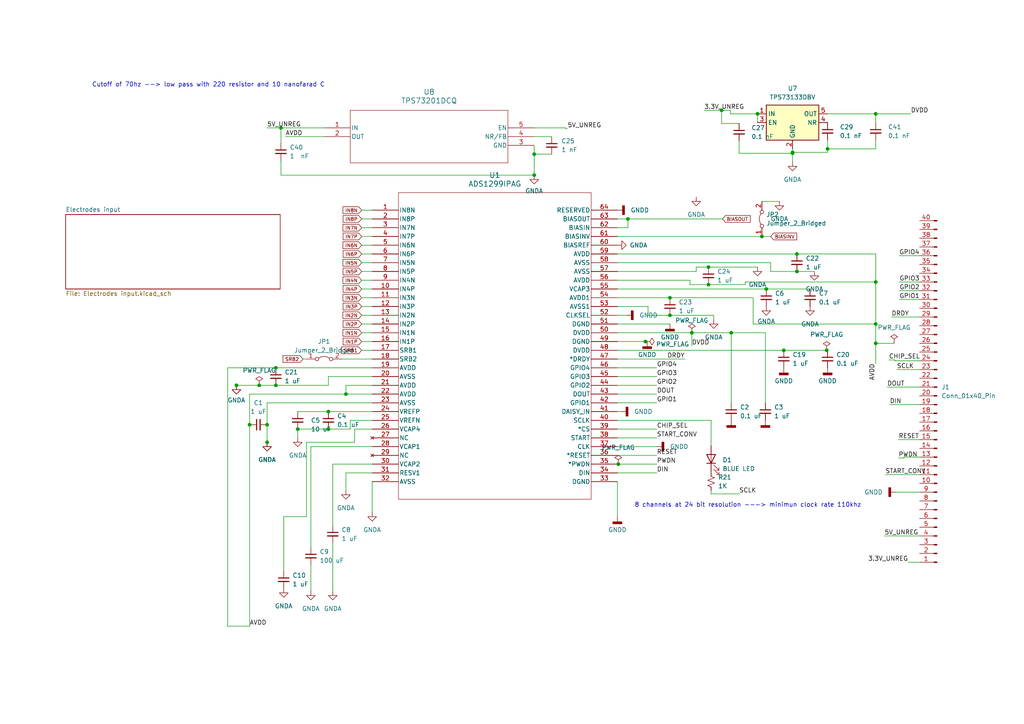
<source format=kicad_sch>
(kicad_sch (version 20231120) (generator "eeschema") (generator_version "8.0")
  (paper "A4")
  (lib_symbols
    (symbol "ADS1299:ADS1299IPAG" (pin_names (offset 0.254))
      (property "Reference" "U" (at 35.56 10.16 0))
      (property "Value" "ADS1299IPAG" (at 35.56 7.62 0))
      (symbol "ADS1299IPAG_0_1"
        (polyline (pts (xy 7.62 -83.82) (xy 63.5 -83.82)) (stroke (width 0.127)))
        (polyline (pts (xy 7.62 5.08) (xy 7.62 -83.82)) (stroke (width 0.127)))
        (polyline (pts (xy 63.5 -83.82) (xy 63.5 5.08)) (stroke (width 0.127)))
        (polyline (pts (xy 63.5 5.08) (xy 7.62 5.08)) (stroke (width 0.127)))
        (pin input line (at 0 0 0) (length 7.62) (name "IN8N") (number "1"))
        (pin input line (at 0 -22.86 0) (length 7.62) (name "IN4P") (number "10"))
        (pin input line (at 0 -25.4 0) (length 7.62) (name "IN3N") (number "11"))
        (pin input line (at 0 -27.94 0) (length 7.62) (name "IN3P") (number "12"))
        (pin input line (at 0 -30.48 0) (length 7.62) (name "IN2N") (number "13"))
        (pin input line (at 0 -33.02 0) (length 7.62) (name "IN2P") (number "14"))
        (pin input line (at 0 -35.56 0) (length 7.62) (name "IN1N") (number "15"))
        (pin input line (at 0 -38.1 0) (length 7.62) (name "IN1P") (number "16"))
        (pin bidirectional line (at 0 -40.64 0) (length 7.62) (name "SRB1") (number "17"))
        (pin bidirectional line (at 0 -43.18 0) (length 7.62) (name "SRB2") (number "18"))
        (pin power_in line (at 0 -45.72 0) (length 7.62) (name "AVDD") (number "19"))
        (pin input line (at 0 -2.54 0) (length 7.62) (name "IN8P") (number "2"))
        (pin power_in line (at 0 -48.26 0) (length 7.62) (name "AVSS") (number "20"))
        (pin power_in line (at 0 -50.8 0) (length 7.62) (name "AVDD") (number "21"))
        (pin power_in line (at 0 -53.34 0) (length 7.62) (name "AVDD") (number "22"))
        (pin power_in line (at 0 -55.88 0) (length 7.62) (name "AVSS") (number "23"))
        (pin bidirectional line (at 0 -58.42 0) (length 7.62) (name "VREFP") (number "24"))
        (pin input line (at 0 -60.96 0) (length 7.62) (name "VREFN") (number "25"))
        (pin output line (at 0 -63.5 0) (length 7.62) (name "VCAP4") (number "26"))
        (pin no_connect line (at 0 -66.04 0) (length 7.62) (name "NC") (number "27"))
        (pin unspecified line (at 0 -68.58 0) (length 7.62) (name "VCAP1") (number "28"))
        (pin no_connect line (at 0 -71.12 0) (length 7.62) (name "NC") (number "29"))
        (pin input line (at 0 -5.08 0) (length 7.62) (name "IN7N") (number "3"))
        (pin unspecified line (at 0 -73.66 0) (length 7.62) (name "VCAP2") (number "30"))
        (pin input line (at 0 -76.2 0) (length 7.62) (name "RESV1") (number "31"))
        (pin power_in line (at 0 -78.74 0) (length 7.62) (name "AVSS") (number "32"))
        (pin power_in line (at 71.12 -78.74 180) (length 7.62) (name "DGND") (number "33"))
        (pin input line (at 71.12 -76.2 180) (length 7.62) (name "DIN") (number "34"))
        (pin power_in line (at 71.12 -73.66 180) (length 7.62) (name "*PWDN") (number "35"))
        (pin input line (at 71.12 -71.12 180) (length 7.62) (name "*RESET") (number "36"))
        (pin input line (at 71.12 -68.58 180) (length 7.62) (name "CLK") (number "37"))
        (pin input line (at 71.12 -66.04 180) (length 7.62) (name "START") (number "38"))
        (pin input line (at 71.12 -63.5 180) (length 7.62) (name "*CS") (number "39"))
        (pin input line (at 0 -7.62 0) (length 7.62) (name "IN7P") (number "4"))
        (pin input line (at 71.12 -60.96 180) (length 7.62) (name "SCLK") (number "40"))
        (pin input line (at 71.12 -58.42 180) (length 7.62) (name "DAISY_IN") (number "41"))
        (pin bidirectional line (at 71.12 -55.88 180) (length 7.62) (name "GPIO1") (number "42"))
        (pin output line (at 71.12 -53.34 180) (length 7.62) (name "DOUT") (number "43"))
        (pin bidirectional line (at 71.12 -50.8 180) (length 7.62) (name "GPIO2") (number "44"))
        (pin bidirectional line (at 71.12 -48.26 180) (length 7.62) (name "GPIO3") (number "45"))
        (pin bidirectional line (at 71.12 -45.72 180) (length 7.62) (name "GPIO4") (number "46"))
        (pin output line (at 71.12 -43.18 180) (length 7.62) (name "*DRDY") (number "47"))
        (pin power_in line (at 71.12 -40.64 180) (length 7.62) (name "DVDD") (number "48"))
        (pin power_in line (at 71.12 -38.1 180) (length 7.62) (name "DGND") (number "49"))
        (pin input line (at 0 -10.16 0) (length 7.62) (name "IN6N") (number "5"))
        (pin power_in line (at 71.12 -35.56 180) (length 7.62) (name "DVDD") (number "50"))
        (pin power_in line (at 71.12 -33.02 180) (length 7.62) (name "DGND") (number "51"))
        (pin input line (at 71.12 -30.48 180) (length 7.62) (name "CLKSEL") (number "52"))
        (pin power_in line (at 71.12 -27.94 180) (length 7.62) (name "AVSS1") (number "53"))
        (pin power_in line (at 71.12 -25.4 180) (length 7.62) (name "AVDD1") (number "54"))
        (pin unspecified line (at 71.12 -22.86 180) (length 7.62) (name "VCAP3") (number "55"))
        (pin power_in line (at 71.12 -20.32 180) (length 7.62) (name "AVDD") (number "56"))
        (pin power_in line (at 71.12 -17.78 180) (length 7.62) (name "AVSS") (number "57"))
        (pin power_in line (at 71.12 -15.24 180) (length 7.62) (name "AVSS") (number "58"))
        (pin power_in line (at 71.12 -12.7 180) (length 7.62) (name "AVDD") (number "59"))
        (pin input line (at 0 -12.7 0) (length 7.62) (name "IN6P") (number "6"))
        (pin input line (at 71.12 -10.16 180) (length 7.62) (name "BIASREF") (number "60"))
        (pin bidirectional line (at 71.12 -7.62 180) (length 7.62) (name "BIASINV") (number "61"))
        (pin input line (at 71.12 -5.08 180) (length 7.62) (name "BIASIN") (number "62"))
        (pin output line (at 71.12 -2.54 180) (length 7.62) (name "BIASOUT") (number "63"))
        (pin output line (at 71.12 0 180) (length 7.62) (name "RESERVED") (number "64"))
        (pin input line (at 0 -15.24 0) (length 7.62) (name "IN5N") (number "7"))
        (pin input line (at 0 -17.78 0) (length 7.62) (name "IN5P") (number "8"))
        (pin input line (at 0 -20.32 0) (length 7.62) (name "IN4N") (number "9"))
      )
    )
    (symbol "Connector:Conn_01x40_Pin" (pin_names (offset 1.016) hide)
      (property "Reference" "J" (at 0 50.8 0))
      (property "Value" "Conn_01x40_Pin" (at 0 -53.34 0))
      (symbol "Conn_01x40_Pin_1_1"
        (polyline (pts (xy 1.27 -50.8) (xy 0.8636 -50.8)) (stroke (width 0.1524)))
        (polyline (pts (xy 1.27 -48.26) (xy 0.8636 -48.26)) (stroke (width 0.1524)))
        (polyline (pts (xy 1.27 -45.72) (xy 0.8636 -45.72)) (stroke (width 0.1524)))
        (polyline (pts (xy 1.27 -43.18) (xy 0.8636 -43.18)) (stroke (width 0.1524)))
        (polyline (pts (xy 1.27 -40.64) (xy 0.8636 -40.64)) (stroke (width 0.1524)))
        (polyline (pts (xy 1.27 -38.1) (xy 0.8636 -38.1)) (stroke (width 0.1524)))
        (polyline (pts (xy 1.27 -35.56) (xy 0.8636 -35.56)) (stroke (width 0.1524)))
        (polyline (pts (xy 1.27 -33.02) (xy 0.8636 -33.02)) (stroke (width 0.1524)))
        (polyline (pts (xy 1.27 -30.48) (xy 0.8636 -30.48)) (stroke (width 0.1524)))
        (polyline (pts (xy 1.27 -27.94) (xy 0.8636 -27.94)) (stroke (width 0.1524)))
        (polyline (pts (xy 1.27 -25.4) (xy 0.8636 -25.4)) (stroke (width 0.1524)))
        (polyline (pts (xy 1.27 -22.86) (xy 0.8636 -22.86)) (stroke (width 0.1524)))
        (polyline (pts (xy 1.27 -20.32) (xy 0.8636 -20.32)) (stroke (width 0.1524)))
        (polyline (pts (xy 1.27 -17.78) (xy 0.8636 -17.78)) (stroke (width 0.1524)))
        (polyline (pts (xy 1.27 -15.24) (xy 0.8636 -15.24)) (stroke (width 0.1524)))
        (polyline (pts (xy 1.27 -12.7) (xy 0.8636 -12.7)) (stroke (width 0.1524)))
        (polyline (pts (xy 1.27 -10.16) (xy 0.8636 -10.16)) (stroke (width 0.1524)))
        (polyline (pts (xy 1.27 -7.62) (xy 0.8636 -7.62)) (stroke (width 0.1524)))
        (polyline (pts (xy 1.27 -5.08) (xy 0.8636 -5.08)) (stroke (width 0.1524)))
        (polyline (pts (xy 1.27 -2.54) (xy 0.8636 -2.54)) (stroke (width 0.1524)))
        (polyline (pts (xy 1.27 0) (xy 0.8636 0)) (stroke (width 0.1524)))
        (polyline (pts (xy 1.27 2.54) (xy 0.8636 2.54)) (stroke (width 0.1524)))
        (polyline (pts (xy 1.27 5.08) (xy 0.8636 5.08)) (stroke (width 0.1524)))
        (polyline (pts (xy 1.27 7.62) (xy 0.8636 7.62)) (stroke (width 0.1524)))
        (polyline (pts (xy 1.27 10.16) (xy 0.8636 10.16)) (stroke (width 0.1524)))
        (polyline (pts (xy 1.27 12.7) (xy 0.8636 12.7)) (stroke (width 0.1524)))
        (polyline (pts (xy 1.27 15.24) (xy 0.8636 15.24)) (stroke (width 0.1524)))
        (polyline (pts (xy 1.27 17.78) (xy 0.8636 17.78)) (stroke (width 0.1524)))
        (polyline (pts (xy 1.27 20.32) (xy 0.8636 20.32)) (stroke (width 0.1524)))
        (polyline (pts (xy 1.27 22.86) (xy 0.8636 22.86)) (stroke (width 0.1524)))
        (polyline (pts (xy 1.27 25.4) (xy 0.8636 25.4)) (stroke (width 0.1524)))
        (polyline (pts (xy 1.27 27.94) (xy 0.8636 27.94)) (stroke (width 0.1524)))
        (polyline (pts (xy 1.27 30.48) (xy 0.8636 30.48)) (stroke (width 0.1524)))
        (polyline (pts (xy 1.27 33.02) (xy 0.8636 33.02)) (stroke (width 0.1524)))
        (polyline (pts (xy 1.27 35.56) (xy 0.8636 35.56)) (stroke (width 0.1524)))
        (polyline (pts (xy 1.27 38.1) (xy 0.8636 38.1)) (stroke (width 0.1524)))
        (polyline (pts (xy 1.27 40.64) (xy 0.8636 40.64)) (stroke (width 0.1524)))
        (polyline (pts (xy 1.27 43.18) (xy 0.8636 43.18)) (stroke (width 0.1524)))
        (polyline (pts (xy 1.27 45.72) (xy 0.8636 45.72)) (stroke (width 0.1524)))
        (polyline (pts (xy 1.27 48.26) (xy 0.8636 48.26)) (stroke (width 0.1524)))
        (rectangle (start 0.8636 -50.673) (end 0 -50.927) (stroke (width 0.1524)) (fill (type outline)))
        (rectangle (start 0.8636 -48.133) (end 0 -48.387) (stroke (width 0.1524)) (fill (type outline)))
        (rectangle (start 0.8636 -45.593) (end 0 -45.847) (stroke (width 0.1524)) (fill (type outline)))
        (rectangle (start 0.8636 -43.053) (end 0 -43.307) (stroke (width 0.1524)) (fill (type outline)))
        (rectangle (start 0.8636 -40.513) (end 0 -40.767) (stroke (width 0.1524)) (fill (type outline)))
        (rectangle (start 0.8636 -37.973) (end 0 -38.227) (stroke (width 0.1524)) (fill (type outline)))
        (rectangle (start 0.8636 -35.433) (end 0 -35.687) (stroke (width 0.1524)) (fill (type outline)))
        (rectangle (start 0.8636 -32.893) (end 0 -33.147) (stroke (width 0.1524)) (fill (type outline)))
        (rectangle (start 0.8636 -30.353) (end 0 -30.607) (stroke (width 0.1524)) (fill (type outline)))
        (rectangle (start 0.8636 -27.813) (end 0 -28.067) (stroke (width 0.1524)) (fill (type outline)))
        (rectangle (start 0.8636 -25.273) (end 0 -25.527) (stroke (width 0.1524)) (fill (type outline)))
        (rectangle (start 0.8636 -22.733) (end 0 -22.987) (stroke (width 0.1524)) (fill (type outline)))
        (rectangle (start 0.8636 -20.193) (end 0 -20.447) (stroke (width 0.1524)) (fill (type outline)))
        (rectangle (start 0.8636 -17.653) (end 0 -17.907) (stroke (width 0.1524)) (fill (type outline)))
        (rectangle (start 0.8636 -15.113) (end 0 -15.367) (stroke (width 0.1524)) (fill (type outline)))
        (rectangle (start 0.8636 -12.573) (end 0 -12.827) (stroke (width 0.1524)) (fill (type outline)))
        (rectangle (start 0.8636 -10.033) (end 0 -10.287) (stroke (width 0.1524)) (fill (type outline)))
        (rectangle (start 0.8636 -7.493) (end 0 -7.747) (stroke (width 0.1524)) (fill (type outline)))
        (rectangle (start 0.8636 -4.953) (end 0 -5.207) (stroke (width 0.1524)) (fill (type outline)))
        (rectangle (start 0.8636 -2.413) (end 0 -2.667) (stroke (width 0.1524)) (fill (type outline)))
        (rectangle (start 0.8636 0.127) (end 0 -0.127) (stroke (width 0.1524)) (fill (type outline)))
        (rectangle (start 0.8636 2.667) (end 0 2.413) (stroke (width 0.1524)) (fill (type outline)))
        (rectangle (start 0.8636 5.207) (end 0 4.953) (stroke (width 0.1524)) (fill (type outline)))
        (rectangle (start 0.8636 7.747) (end 0 7.493) (stroke (width 0.1524)) (fill (type outline)))
        (rectangle (start 0.8636 10.287) (end 0 10.033) (stroke (width 0.1524)) (fill (type outline)))
        (rectangle (start 0.8636 12.827) (end 0 12.573) (stroke (width 0.1524)) (fill (type outline)))
        (rectangle (start 0.8636 15.367) (end 0 15.113) (stroke (width 0.1524)) (fill (type outline)))
        (rectangle (start 0.8636 17.907) (end 0 17.653) (stroke (width 0.1524)) (fill (type outline)))
        (rectangle (start 0.8636 20.447) (end 0 20.193) (stroke (width 0.1524)) (fill (type outline)))
        (rectangle (start 0.8636 22.987) (end 0 22.733) (stroke (width 0.1524)) (fill (type outline)))
        (rectangle (start 0.8636 25.527) (end 0 25.273) (stroke (width 0.1524)) (fill (type outline)))
        (rectangle (start 0.8636 28.067) (end 0 27.813) (stroke (width 0.1524)) (fill (type outline)))
        (rectangle (start 0.8636 30.607) (end 0 30.353) (stroke (width 0.1524)) (fill (type outline)))
        (rectangle (start 0.8636 33.147) (end 0 32.893) (stroke (width 0.1524)) (fill (type outline)))
        (rectangle (start 0.8636 35.687) (end 0 35.433) (stroke (width 0.1524)) (fill (type outline)))
        (rectangle (start 0.8636 38.227) (end 0 37.973) (stroke (width 0.1524)) (fill (type outline)))
        (rectangle (start 0.8636 40.767) (end 0 40.513) (stroke (width 0.1524)) (fill (type outline)))
        (rectangle (start 0.8636 43.307) (end 0 43.053) (stroke (width 0.1524)) (fill (type outline)))
        (rectangle (start 0.8636 45.847) (end 0 45.593) (stroke (width 0.1524)) (fill (type outline)))
        (rectangle (start 0.8636 48.387) (end 0 48.133) (stroke (width 0.1524)) (fill (type outline)))
        (pin passive line (at 5.08 48.26 180) (length 3.81) (name "Pin_1") (number "1"))
        (pin passive line (at 5.08 25.4 180) (length 3.81) (name "Pin_10") (number "10"))
        (pin passive line (at 5.08 22.86 180) (length 3.81) (name "Pin_11") (number "11"))
        (pin passive line (at 5.08 20.32 180) (length 3.81) (name "Pin_12") (number "12"))
        (pin passive line (at 5.08 17.78 180) (length 3.81) (name "Pin_13") (number "13"))
        (pin passive line (at 5.08 15.24 180) (length 3.81) (name "Pin_14") (number "14"))
        (pin passive line (at 5.08 12.7 180) (length 3.81) (name "Pin_15") (number "15"))
        (pin passive line (at 5.08 10.16 180) (length 3.81) (name "Pin_16") (number "16"))
        (pin passive line (at 5.08 7.62 180) (length 3.81) (name "Pin_17") (number "17"))
        (pin passive line (at 5.08 5.08 180) (length 3.81) (name "Pin_18") (number "18"))
        (pin passive line (at 5.08 2.54 180) (length 3.81) (name "Pin_19") (number "19"))
        (pin passive line (at 5.08 45.72 180) (length 3.81) (name "Pin_2") (number "2"))
        (pin passive line (at 5.08 0 180) (length 3.81) (name "Pin_20") (number "20"))
        (pin passive line (at 5.08 -2.54 180) (length 3.81) (name "Pin_21") (number "21"))
        (pin passive line (at 5.08 -5.08 180) (length 3.81) (name "Pin_22") (number "22"))
        (pin passive line (at 5.08 -7.62 180) (length 3.81) (name "Pin_23") (number "23"))
        (pin passive line (at 5.08 -10.16 180) (length 3.81) (name "Pin_24") (number "24"))
        (pin passive line (at 5.08 -12.7 180) (length 3.81) (name "Pin_25") (number "25"))
        (pin passive line (at 5.08 -15.24 180) (length 3.81) (name "Pin_26") (number "26"))
        (pin passive line (at 5.08 -17.78 180) (length 3.81) (name "Pin_27") (number "27"))
        (pin passive line (at 5.08 -20.32 180) (length 3.81) (name "Pin_28") (number "28"))
        (pin passive line (at 5.08 -22.86 180) (length 3.81) (name "Pin_29") (number "29"))
        (pin passive line (at 5.08 43.18 180) (length 3.81) (name "Pin_3") (number "3"))
        (pin passive line (at 5.08 -25.4 180) (length 3.81) (name "Pin_30") (number "30"))
        (pin passive line (at 5.08 -27.94 180) (length 3.81) (name "Pin_31") (number "31"))
        (pin passive line (at 5.08 -30.48 180) (length 3.81) (name "Pin_32") (number "32"))
        (pin passive line (at 5.08 -33.02 180) (length 3.81) (name "Pin_33") (number "33"))
        (pin passive line (at 5.08 -35.56 180) (length 3.81) (name "Pin_34") (number "34"))
        (pin passive line (at 5.08 -38.1 180) (length 3.81) (name "Pin_35") (number "35"))
        (pin passive line (at 5.08 -40.64 180) (length 3.81) (name "Pin_36") (number "36"))
        (pin passive line (at 5.08 -43.18 180) (length 3.81) (name "Pin_37") (number "37"))
        (pin passive line (at 5.08 -45.72 180) (length 3.81) (name "Pin_38") (number "38"))
        (pin passive line (at 5.08 -48.26 180) (length 3.81) (name "Pin_39") (number "39"))
        (pin passive line (at 5.08 40.64 180) (length 3.81) (name "Pin_4") (number "4"))
        (pin passive line (at 5.08 -50.8 180) (length 3.81) (name "Pin_40") (number "40"))
        (pin passive line (at 5.08 38.1 180) (length 3.81) (name "Pin_5") (number "5"))
        (pin passive line (at 5.08 35.56 180) (length 3.81) (name "Pin_6") (number "6"))
        (pin passive line (at 5.08 33.02 180) (length 3.81) (name "Pin_7") (number "7"))
        (pin passive line (at 5.08 30.48 180) (length 3.81) (name "Pin_8") (number "8"))
        (pin passive line (at 5.08 27.94 180) (length 3.81) (name "Pin_9") (number "9"))
      )
    )
    (symbol "Device:C_Small" (pin_numbers hide) (pin_names (offset 0.254) hide)
      (property "Reference" "C" (at 0.254 1.778 0))
      (property "Value" "C_Small" (at 0.254 -2.032 0))
      (symbol "C_Small_0_1"
        (polyline (pts (xy -1.524 -0.508) (xy 1.524 -0.508)) (stroke (width 0.3302)))
        (polyline (pts (xy -1.524 0.508) (xy 1.524 0.508)) (stroke (width 0.3048)))
      )
      (symbol "C_Small_1_1"
        (pin passive line (at 0 2.54 270) (length 2.032) (name "~") (number "1"))
        (pin passive line (at 0 -2.54 90) (length 2.032) (name "~") (number "2"))
      )
    )
    (symbol "Device:LED" (pin_numbers hide) (pin_names (offset 1.016) hide)
      (property "Reference" "D" (at 0 2.54 0))
      (property "Value" "LED" (at 0 -2.54 0))
      (symbol "LED_0_1"
        (polyline (pts (xy -1.27 -1.27) (xy -1.27 1.27)) (stroke (width 0.254)))
        (polyline (pts (xy -1.27 0) (xy 1.27 0)))
        (polyline (pts (xy 1.27 -1.27) (xy 1.27 1.27) (xy -1.27 0) (xy 1.27 -1.27)) (stroke (width 0.254)))
        (polyline (pts (xy -3.048 -0.762) (xy -4.572 -2.286) (xy -3.81 -2.286) (xy -4.572 -2.286) (xy -4.572 -1.524)))
        (polyline (pts (xy -1.778 -0.762) (xy -3.302 -2.286) (xy -2.54 -2.286) (xy -3.302 -2.286) (xy -3.302 -1.524)))
      )
      (symbol "LED_1_1"
        (pin passive line (at -3.81 0 0) (length 2.54) (name "K") (number "1"))
        (pin passive line (at 3.81 0 180) (length 2.54) (name "A") (number "2"))
      )
    )
    (symbol "Device:R_Small_US" (pin_numbers hide) (pin_names (offset 0.254) hide)
      (property "Reference" "R" (at 0.762 0.508 0))
      (property "Value" "R_Small_US" (at 0.762 -1.016 0))
      (symbol "R_Small_US_1_1"
        (polyline (pts (xy 0 0) (xy 1.016 -0.381) (xy 0 -0.762) (xy -1.016 -1.143) (xy 0 -1.524)))
        (polyline (pts (xy 0 1.524) (xy 1.016 1.143) (xy 0 0.762) (xy -1.016 0.381) (xy 0 0)))
        (pin passive line (at 0 2.54 270) (length 1.016) (name "~") (number "1"))
        (pin passive line (at 0 -2.54 90) (length 1.016) (name "~") (number "2"))
      )
    )
    (symbol "Jumper:Jumper_2_Bridged" (pin_names (offset 0) hide)
      (property "Reference" "JP" (at 0 1.905 0))
      (property "Value" "Jumper_2_Bridged" (at 0 -2.54 0))
      (symbol "Jumper_2_Bridged_0_0"
        (circle (center -2.032 0) (radius 0.508))
        (circle (center 2.032 0) (radius 0.508))
      )
      (symbol "Jumper_2_Bridged_0_1"
        (arc (start 1.524 0.254) (mid 0 0.762) (end -1.524 0.254))
      )
      (symbol "Jumper_2_Bridged_1_1"
        (pin passive line (at -5.08 0 0) (length 2.54) (name "A") (number "1"))
        (pin passive line (at 5.08 0 180) (length 2.54) (name "B") (number "2"))
      )
    )
    (symbol "Regulator_Linear:TPS73133DBV"
      (property "Reference" "U" (at -6.35 6.35 0))
      (property "Value" "TPS73133DBV" (at 1.27 6.35 0))
      (symbol "TPS73133DBV_0_1"
        (rectangle (start -7.62 -5.08) (end 7.62 5.08) (stroke (width 0.254)) (fill (type background)))
      )
      (symbol "TPS73133DBV_1_1"
        (pin power_in line (at -10.16 2.54 0) (length 2.54) (name "IN") (number "1"))
        (pin power_in line (at 0 -7.62 90) (length 2.54) (name "GND") (number "2"))
        (pin input line (at -10.16 0 0) (length 2.54) (name "EN") (number "3"))
        (pin passive line (at 10.16 0 180) (length 2.54) (name "NR") (number "4"))
        (pin power_out line (at 10.16 2.54 180) (length 2.54) (name "OUT") (number "5"))
      )
    )
    (symbol "power:GNDA" (power) (pin_names (offset 0))
      (property "Value" "GNDA" (at 0 -3.81 0))
      (symbol "GNDA_0_1"
        (polyline (pts (xy 0 0) (xy 0 -1.27) (xy 1.27 -1.27) (xy 0 -2.54) (xy -1.27 -1.27) (xy 0 -1.27)))
      )
      (symbol "GNDA_1_1"
        (pin power_in line (at 0 0 270) (length 0) hide (name "GNDA") (number "1"))
      )
    )
    (symbol "power:GNDD" (power) (pin_names (offset 0))
      (property "Value" "GNDD" (at 0 -3.175 0))
      (symbol "GNDD_0_1"
        (rectangle (start -1.27 -1.524) (end 1.27 -2.032) (stroke (width 0.254)) (fill (type outline)))
        (polyline (pts (xy 0 0) (xy 0 -1.524)))
      )
      (symbol "GNDD_1_1"
        (pin power_in line (at 0 0 270) (length 0) hide (name "GNDD") (number "1"))
      )
    )
    (symbol "power:PWR_FLAG" (power) (pin_numbers hide) (pin_names (offset 0) hide)
      (property "Value" "PWR_FLAG" (at 0 3.81 0))
      (symbol "PWR_FLAG_0_0"
        (pin power_out line (at 0 0 90) (length 0) (name "pwr") (number "1"))
      )
      (symbol "PWR_FLAG_0_1"
        (polyline (pts (xy 0 0) (xy 0 1.27) (xy -1.016 1.905) (xy 0 2.54) (xy 1.016 1.905) (xy 0 1.27)))
      )
    )
    (symbol "tps732:TPS73201DCQ" (pin_names (offset 0.254))
      (property "Reference" "U" (at 30.48 10.16 0))
      (property "Value" "TPS73201DCQ" (at 30.48 7.62 0))
      (symbol "TPS73201DCQ_0_1"
        (polyline (pts (xy 7.62 -10.16) (xy 53.34 -10.16)) (stroke (width 0.127)))
        (polyline (pts (xy 7.62 5.08) (xy 7.62 -10.16)) (stroke (width 0.127)))
        (polyline (pts (xy 53.34 -10.16) (xy 53.34 5.08)) (stroke (width 0.127)))
        (polyline (pts (xy 53.34 5.08) (xy 7.62 5.08)) (stroke (width 0.127)))
        (pin input line (at 0 0 0) (length 7.62) (name "IN") (number "1"))
        (pin output line (at 0 -2.54 0) (length 7.62) (name "OUT") (number "2"))
        (pin power_in line (at 60.96 -5.08 180) (length 7.62) (name "GND") (number "3"))
        (pin bidirectional line (at 60.96 -2.54 180) (length 7.62) (name "NR/FB") (number "4"))
        (pin input line (at 60.96 0 180) (length 7.62) (name "EN") (number "5"))
      )
    )
  )
  (junction (at 194.31 91.44))
  (junction (at 220.98 68.58))
  (junction (at 240.03 43.18))
  (junction (at 77.47 123.19))
  (junction (at 80.01 106.68))
  (junction (at 212.09 96.52))
  (junction (at 222.25 83.82))
  (junction (at 179.324 134.62))
  (junction (at 154.94 44.704))
  (junction (at 80.01 111.76))
  (junction (at 254 99.568))
  (junction (at 81.4841 37.084))
  (junction (at 205.486 82.55))
  (junction (at 254 81.788))
  (junction (at 239.776 101.6))
  (junction (at 219.71 33.02))
  (junction (at 68.58 111.76))
  (junction (at 77.47 128.27))
  (junction (at 75.184 111.76))
  (junction (at 227.33 101.6))
  (junction (at 254 33.02))
  (junction (at 229.87 44.45))
  (junction (at 187.198 99.06))
  (junction (at 95.25 124.46))
  (junction (at 209.296 32.004))
  (junction (at 86.36 124.46))
  (junction (at 100.33 114.3))
  (junction (at 154.94 50.8))
  (junction (at 231.14 78.74))
  (junction (at 254 93.98))
  (junction (at 95.25 119.38))
  (junction (at 205.486 77.47))
  (junction (at 72.39 123.19))
  (junction (at 182.118 63.5))
  (junction (at 231.14 73.66))
  (junction (at 229.87 44.196))
  (junction (at 200.66 96.52))
  (junction (at 194.31 86.36))
  (wire (pts (xy 179.07 68.58) (xy 220.98 68.58)))
  (wire (pts (xy 254 33.02) (xy 254 35.56)))
  (wire (pts (xy 104.902 81.28) (xy 107.95 81.28)))
  (wire (pts (xy 212.09 96.52) (xy 221.996 96.52)))
  (wire (pts (xy 179.07 81.28) (xy 200.152 81.28)))
  (wire (pts (xy 72.39 123.19) (xy 72.39 181.61)))
  (wire (pts (xy 218.44 86.36) (xy 218.44 93.98)))
  (wire (pts (xy 95.25 109.22) (xy 107.95 109.22)))
  (wire (pts (xy 206.248 143.256) (xy 206.248 142.24)))
  (wire (pts (xy 207.01 91.44) (xy 194.31 91.44)))
  (wire (pts (xy 104.902 71.12) (xy 107.95 71.12)))
  (wire (pts (xy 77.47 128.27) (xy 77.47 123.19)))
  (wire (pts (xy 206.248 137.16) (xy 206.248 136.906)))
  (wire (pts (xy 254 99.568) (xy 254 105.41)))
  (wire (pts (xy 220.98 68.58) (xy 223.52 68.58)))
  (wire (pts (xy 81.4841 37.084) (xy 93.98 37.084)))
  (wire (pts (xy 102.87 128.27) (xy 88.9 128.27)))
  (wire (pts (xy 179.07 86.36) (xy 194.31 86.36)))
  (wire (pts (xy 219.71 33.02) (xy 219.71 35.56)))
  (wire (pts (xy 104.902 63.5) (xy 107.95 63.5)))
  (wire (pts (xy 154.94 39.624) (xy 160.02 39.624)))
  (wire (pts (xy 194.31 91.44) (xy 187.96 91.44)))
  (wire (pts (xy 107.95 129.54) (xy 90.17 129.54)))
  (wire (pts (xy 254 99.568) (xy 259.334 99.568)))
  (wire (pts (xy 220.98 58.42) (xy 226.06 58.42)))
  (wire (pts (xy 107.95 111.76) (xy 100.33 111.76)))
  (wire (pts (xy 266.7 74.168) (xy 260.858 74.168)))
  (wire (pts (xy 256.54 155.448) (xy 266.7 155.448)))
  (wire (pts (xy 179.07 78.74) (xy 201.93 78.74)))
  (wire (pts (xy 100.33 137.16) (xy 100.33 142.24)))
  (wire (pts (xy 256.794 137.668) (xy 266.7 137.668)))
  (wire (pts (xy 104.902 96.52) (xy 107.95 96.52)))
  (wire (pts (xy 107.95 134.62) (xy 96.52 134.62)))
  (wire (pts (xy 179.07 137.16) (xy 190.5 137.16)))
  (wire (pts (xy 239.776 101.6) (xy 240.03 101.6)))
  (wire (pts (xy 200.152 82.55) (xy 205.486 82.55)))
  (wire (pts (xy 164.592 37.338) (xy 164.084 37.338)))
  (wire (pts (xy 81.4841 50.8) (xy 81.4841 46.5513)))
  (wire (pts (xy 260.858 84.328) (xy 266.7 84.328)))
  (wire (pts (xy 206.248 143.256) (xy 214.376 143.256)))
  (wire (pts (xy 260.858 86.868) (xy 266.7 86.868)))
  (wire (pts (xy 205.486 77.47) (xy 219.71 77.47)))
  (wire (pts (xy 82.296 149.86) (xy 82.296 165.608)))
  (wire (pts (xy 99.06 104.14) (xy 107.95 104.14)))
  (wire (pts (xy 209.296 35.814) (xy 214.376 35.814)))
  (wire (pts (xy 86.36 124.46) (xy 86.36 127)))
  (wire (pts (xy 104.902 91.44) (xy 107.95 91.44)))
  (wire (pts (xy 107.95 139.7) (xy 107.95 148.59)))
  (wire (pts (xy 104.902 76.2) (xy 107.95 76.2)))
  (wire (pts (xy 179.07 139.7) (xy 179.07 149.86)))
  (wire (pts (xy 154.94 44.704) (xy 154.94 50.8)))
  (wire (pts (xy 221.996 96.52) (xy 221.996 116.84)))
  (wire (pts (xy 154.94 50.8) (xy 81.4841 50.8)))
  (wire (pts (xy 182.118 63.5) (xy 179.07 63.5)))
  (wire (pts (xy 187.96 88.9) (xy 179.07 88.9)))
  (wire (pts (xy 262.128 132.842) (xy 262.128 132.588)))
  (wire (pts (xy 222.25 83.82) (xy 234.95 83.82)))
  (wire (pts (xy 66.04 181.61) (xy 72.39 181.61)))
  (wire (pts (xy 164.084 37.084) (xy 154.94 37.084)))
  (wire (pts (xy 254 43.18) (xy 254 40.64)))
  (wire (pts (xy 100.33 114.3) (xy 107.95 114.3)))
  (wire (pts (xy 236.22 78.74) (xy 231.14 78.74)))
  (wire (pts (xy 204.216 32.004) (xy 209.296 32.004)))
  (wire (pts (xy 254 33.02) (xy 264.16 33.02)))
  (wire (pts (xy 229.87 44.196) (xy 229.87 43.18)))
  (wire (pts (xy 179.07 114.3) (xy 190.5 114.3)))
  (wire (pts (xy 104.902 66.04) (xy 107.95 66.04)))
  (wire (pts (xy 258.572 91.948) (xy 266.7 91.948)))
  (wire (pts (xy 207.01 92.71) (xy 207.01 91.44)))
  (wire (pts (xy 179.07 99.06) (xy 187.198 99.06)))
  (wire (pts (xy 179.07 109.22) (xy 190.5 109.22)))
  (wire (pts (xy 240.03 44.196) (xy 240.03 43.18)))
  (wire (pts (xy 90.17 163.83) (xy 90.17 171.45)))
  (wire (pts (xy 66.04 106.68) (xy 80.01 106.68)))
  (wire (pts (xy 179.324 134.62) (xy 190.5 134.62)))
  (wire (pts (xy 82.804 39.624) (xy 93.98 39.624)))
  (wire (pts (xy 107.95 124.46) (xy 102.87 124.46)))
  (wire (pts (xy 260.604 127.508) (xy 266.7 127.508)))
  (wire (pts (xy 257.81 104.394) (xy 259.588 104.394)))
  (wire (pts (xy 229.87 44.45) (xy 214.376 44.45)))
  (wire (pts (xy 77.47 116.84) (xy 107.95 116.84)))
  (wire (pts (xy 96.52 134.62) (xy 96.52 152.4)))
  (wire (pts (xy 107.95 121.92) (xy 101.6 121.92)))
  (wire (pts (xy 104.902 73.66) (xy 107.95 73.66)))
  (wire (pts (xy 209.296 32.004) (xy 211.836 32.004)))
  (wire (pts (xy 100.33 111.76) (xy 100.33 114.3)))
  (wire (pts (xy 258.064 117.348) (xy 266.7 117.348)))
  (wire (pts (xy 200.66 96.52) (xy 212.09 96.52)))
  (wire (pts (xy 205.486 82.55) (xy 216.154 82.55)))
  (wire (pts (xy 227.33 101.6) (xy 239.776 101.6)))
  (wire (pts (xy 100.33 114.3) (xy 72.39 114.3)))
  (wire (pts (xy 179.07 111.76) (xy 190.5 111.76)))
  (wire (pts (xy 101.6 124.46) (xy 95.25 124.46)))
  (wire (pts (xy 254 81.788) (xy 254 93.98)))
  (wire (pts (xy 201.93 78.74) (xy 201.93 77.47)))
  (wire (pts (xy 160.02 44.704) (xy 154.94 44.704)))
  (wire (pts (xy 254 73.66) (xy 254 81.788)))
  (wire (pts (xy 231.14 73.66) (xy 179.07 73.66)))
  (wire (pts (xy 86.36 124.46) (xy 95.25 124.46)))
  (wire (pts (xy 214.376 44.45) (xy 214.376 40.894)))
  (wire (pts (xy 77.47 123.19) (xy 77.47 116.84)))
  (wire (pts (xy 104.902 86.36) (xy 107.95 86.36)))
  (wire (pts (xy 86.36 119.38) (xy 95.25 119.38)))
  (wire (pts (xy 104.902 101.6) (xy 107.95 101.6)))
  (wire (pts (xy 179.07 91.44) (xy 181.61 91.44)))
  (wire (pts (xy 95.25 119.38) (xy 107.95 119.38)))
  (wire (pts (xy 87.884 104.14) (xy 88.9 104.14)))
  (wire (pts (xy 201.93 77.47) (xy 205.486 77.47)))
  (wire (pts (xy 218.44 93.98) (xy 254 93.98)))
  (wire (pts (xy 200.66 96.52) (xy 200.66 100.33)))
  (wire (pts (xy 179.07 93.98) (xy 194.31 93.98)))
  (wire (pts (xy 212.09 96.52) (xy 212.09 116.84)))
  (wire (pts (xy 179.07 132.08) (xy 190.5 132.08)))
  (wire (pts (xy 263.398 163.068) (xy 266.7 163.068)))
  (wire (pts (xy 104.902 83.82) (xy 107.95 83.82)))
  (wire (pts (xy 95.25 111.76) (xy 95.25 109.22)))
  (wire (pts (xy 229.87 44.196) (xy 229.87 44.45)))
  (wire (pts (xy 104.902 93.98) (xy 107.95 93.98)))
  (wire (pts (xy 179.07 106.68) (xy 190.5 106.68)))
  (wire (pts (xy 154.94 42.164) (xy 154.94 44.704)))
  (wire (pts (xy 254 73.66) (xy 231.14 73.66)))
  (wire (pts (xy 72.39 114.3) (xy 72.39 123.19)))
  (wire (pts (xy 254 93.98) (xy 254 99.568)))
  (wire (pts (xy 240.03 43.18) (xy 254 43.18)))
  (wire (pts (xy 179.07 119.38) (xy 180.086 119.38)))
  (wire (pts (xy 80.01 106.68) (xy 107.95 106.68)))
  (wire (pts (xy 104.902 60.96) (xy 107.95 60.96)))
  (wire (pts (xy 260.858 81.788) (xy 266.7 81.788)))
  (wire (pts (xy 104.902 68.58) (xy 107.95 68.58)))
  (wire (pts (xy 211.836 33.02) (xy 219.71 33.02)))
  (wire (pts (xy 187.198 99.06) (xy 187.706 99.06)))
  (wire (pts (xy 200.152 81.28) (xy 200.152 82.55)))
  (wire (pts (xy 81.4841 41.4713) (xy 81.4841 37.084)))
  (wire (pts (xy 262.128 132.588) (xy 266.7 132.588)))
  (wire (pts (xy 179.07 127) (xy 190.5 127)))
  (wire (pts (xy 107.95 137.16) (xy 100.33 137.16)))
  (wire (pts (xy 179.07 104.14) (xy 198.628 104.14)))
  (wire (pts (xy 209.296 32.004) (xy 209.296 35.814)))
  (wire (pts (xy 179.07 96.52) (xy 200.66 96.52)))
  (wire (pts (xy 229.87 44.45) (xy 229.87 46.99)))
  (wire (pts (xy 231.14 78.74) (xy 223.52 78.74)))
  (wire (pts (xy 259.588 104.648) (xy 266.7 104.648)))
  (wire (pts (xy 211.836 32.004) (xy 211.836 33.02)))
  (wire (pts (xy 206.248 121.92) (xy 179.07 121.92)))
  (wire (pts (xy 179.07 124.46) (xy 190.5 124.46)))
  (wire (pts (xy 66.04 106.68) (xy 66.04 181.61)))
  (wire (pts (xy 182.118 63.5) (xy 182.118 66.04)))
  (wire (pts (xy 182.118 66.04) (xy 179.07 66.04)))
  (wire (pts (xy 88.9 128.27) (xy 88.9 149.86)))
  (wire (pts (xy 96.52 157.48) (xy 96.52 171.45)))
  (wire (pts (xy 187.96 91.44) (xy 187.96 88.9)))
  (wire (pts (xy 164.084 37.338) (xy 164.084 37.084)))
  (wire (pts (xy 206.248 129.286) (xy 206.248 121.92)))
  (wire (pts (xy 260.096 107.188) (xy 266.7 107.188)))
  (wire (pts (xy 240.03 43.18) (xy 240.03 40.64)))
  (wire (pts (xy 102.87 124.46) (xy 102.87 128.27)))
  (wire (pts (xy 68.58 111.76) (xy 75.184 111.76)))
  (wire (pts (xy 216.154 81.788) (xy 254 81.788)))
  (wire (pts (xy 104.902 88.9) (xy 107.95 88.9)))
  (wire (pts (xy 179.07 134.62) (xy 179.324 134.62)))
  (wire (pts (xy 179.07 76.2) (xy 223.52 76.2)))
  (wire (pts (xy 101.6 121.92) (xy 101.6 124.46)))
  (wire (pts (xy 179.07 101.6) (xy 227.33 101.6)))
  (wire (pts (xy 216.154 82.55) (xy 216.154 81.788)))
  (wire (pts (xy 104.902 78.74) (xy 107.95 78.74)))
  (wire (pts (xy 75.184 111.76) (xy 80.01 111.76)))
  (wire (pts (xy 260.604 132.842) (xy 262.128 132.842)))
  (wire (pts (xy 90.17 129.54) (xy 90.17 158.75)))
  (wire (pts (xy 179.07 129.54) (xy 190.5 129.54)))
  (wire (pts (xy 194.31 86.36) (xy 218.44 86.36)))
  (wire (pts (xy 88.9 149.86) (xy 82.296 149.86)))
  (wire (pts (xy 259.842 142.748) (xy 266.7 142.748)))
  (wire (pts (xy 77.47 37.084) (xy 81.4841 37.084)))
  (wire (pts (xy 179.07 116.84) (xy 190.5 116.84)))
  (wire (pts (xy 229.87 44.196) (xy 240.03 44.196)))
  (wire (pts (xy 80.01 111.76) (xy 95.25 111.76)))
  (wire (pts (xy 240.03 33.02) (xy 254 33.02)))
  (wire (pts (xy 259.588 104.394) (xy 259.588 104.648)))
  (wire (pts (xy 209.55 63.5) (xy 182.118 63.5)))
  (wire (pts (xy 179.07 83.82) (xy 222.25 83.82)))
  (wire (pts (xy 104.902 99.06) (xy 107.95 99.06)))
  (wire (pts (xy 223.52 78.74) (xy 223.52 76.2)))
  (wire (pts (xy 257.302 112.268) (xy 266.7 112.268)))
  (text "Cutoff of 70hz --> low pass with 220 resistor and 10 nanofarad C\n" (at 26.67 25.4 0) (effects (font (size 1.27 1.27)) (justify left bottom)))
  (text "8 channels at 24 bit resolution ---> minimun clock rate 110khz\n" (at 216.916 146.558 0) (effects (font (size 1.27 1.27))))
  (label "GPIO3" (at 190.5 109.22 0))
  (label "3.3V_UNREG" (at 204.216 32.004 0))
  (label "SCLK" (at 260.096 107.188 0))
  (label "RESET" (at 260.604 127.508 0))
  (label "DVDD" (at 264.16 33.02 0))
  (label "5V_UNREG" (at 256.54 155.448 0))
  (label "CHIP_SEL" (at 190.5 124.46 0))
  (label "DOUT" (at 190.5 114.3 0))
  (label "AVDD" (at 72.39 181.61 0))
  (label "START_CONV" (at 190.5 127 0))
  (label "DIN" (at 258.064 117.348 0))
  (label "PWDN" (at 260.604 132.842 0))
  (label "GPIO1" (at 190.5 116.84 0))
  (label "GPIO1" (at 260.858 86.868 0))
  (label "RESET" (at 190.5 132.08 0))
  (label "SCLK" (at 214.376 143.256 0))
  (label "GPIO2" (at 260.858 84.328 0))
  (label "AVDD" (at 82.804 39.624 0))
  (label "DVDD" (at 200.66 100.33 0))
  (label "CHIP_SEL" (at 257.81 104.394 0))
  (label "DIN" (at 190.5 137.16 0))
  (label "DRDY" (at 258.572 91.948 0))
  (label "5V_UNREG" (at 164.592 37.338 0))
  (label "START_CONV" (at 256.794 137.668 0))
  (label "GPIO4" (at 266.7 74.168 180))
  (label "DRDY" (at 198.628 104.14 180))
  (label "3.3V_UNREG" (at 263.398 163.068 180))
  (label "GPIO2" (at 190.5 111.76 0))
  (label "DOUT" (at 257.302 112.268 0))
  (label "5V_UNREG" (at 77.47 37.084 0))
  (label "AVDD" (at 254 105.41 270))
  (label "GPIO3" (at 260.858 81.788 0))
  (label "PWDN" (at 190.5 134.62 0))
  (label "GPIO4" (at 190.5 106.68 0))
  (global_label "IN8P" (shape input) (at 104.902 63.5 180) (effects (font (size 1 1))) (property "Intersheetrefs" "${INTERSHEET_REFS}" (effects (hide yes))))
  (global_label "SRB2" (shape input) (at 87.884 104.14 180) (effects (font (size 1 1))) (property "Intersheetrefs" "${INTERSHEET_REFS}" (effects (hide yes))))
  (global_label "IN7N" (shape input) (at 104.902 66.04 180) (effects (font (size 1 1))) (property "Intersheetrefs" "${INTERSHEET_REFS}" (effects (hide yes))))
  (global_label "IN4P" (shape input) (at 104.902 83.82 180) (effects (font (size 1 1))) (property "Intersheetrefs" "${INTERSHEET_REFS}" (effects (hide yes))))
  (global_label "IN2N" (shape input) (at 104.902 91.44 180) (effects (font (size 1 1))) (property "Intersheetrefs" "${INTERSHEET_REFS}" (effects (hide yes))))
  (global_label "IN6N" (shape input) (at 104.902 71.12 180) (effects (font (size 1 1))) (property "Intersheetrefs" "${INTERSHEET_REFS}" (effects (hide yes))))
  (global_label "IN2P" (shape input) (at 104.902 93.98 180) (effects (font (size 1 1))) (property "Intersheetrefs" "${INTERSHEET_REFS}" (effects (hide yes))))
  (global_label "IN6P" (shape input) (at 104.902 73.66 180) (effects (font (size 1 1))) (property "Intersheetrefs" "${INTERSHEET_REFS}" (effects (hide yes))))
  (global_label "BIASINV" (shape input) (at 223.52 68.58 0) (effects (font (size 1 1))) (property "Intersheetrefs" "${INTERSHEET_REFS}" (effects (hide yes))))
  (global_label "IN3P" (shape input) (at 104.902 88.9 180) (effects (font (size 1 1))) (property "Intersheetrefs" "${INTERSHEET_REFS}" (effects (hide yes))))
  (global_label "IN1N" (shape input) (at 104.902 96.52 180) (effects (font (size 1 1))) (property "Intersheetrefs" "${INTERSHEET_REFS}" (effects (hide yes))))
  (global_label "IN1P" (shape input) (at 104.902 99.06 180) (effects (font (size 1 1))) (property "Intersheetrefs" "${INTERSHEET_REFS}" (effects (hide yes))))
  (global_label "IN7P" (shape input) (at 104.902 68.58 180) (effects (font (size 1 1))) (property "Intersheetrefs" "${INTERSHEET_REFS}" (effects (hide yes))))
  (global_label "IN5P" (shape input) (at 104.902 78.74 180) (effects (font (size 1 1))) (property "Intersheetrefs" "${INTERSHEET_REFS}" (effects (hide yes))))
  (global_label "IN4N" (shape input) (at 104.902 81.28 180) (effects (font (size 1 1))) (property "Intersheetrefs" "${INTERSHEET_REFS}" (effects (hide yes))))
  (global_label "IN3N" (shape input) (at 104.902 86.36 180) (effects (font (size 1 1))) (property "Intersheetrefs" "${INTERSHEET_REFS}" (effects (hide yes))))
  (global_label "BIASOUT" (shape input) (at 209.55 63.5 0) (effects (font (size 1 1))) (property "Intersheetrefs" "${INTERSHEET_REFS}" (effects (hide yes))))
  (global_label "IN5N" (shape input) (at 104.902 76.2 180) (effects (font (size 1 1))) (property "Intersheetrefs" "${INTERSHEET_REFS}" (effects (hide yes))))
  (global_label "SRB1" (shape input) (at 104.902 101.6 180) (effects (font (size 1 1))) (property "Intersheetrefs" "${INTERSHEET_REFS}" (effects (hide yes))))
  (global_label "IN8N" (shape input) (at 104.902 60.96 180) (effects (font (size 1 1))) (property "Intersheetrefs" "${INTERSHEET_REFS}" (effects (hide yes))))
  (symbol (lib_id "tps732:TPS73201DCQ") (at 93.98 37.084 0) (unit 1)
    (property "Reference" "U8" (at 124.46 26.67 0) (effects (font (size 1.524 1.524))))
    (property "Value" "TPS73201DCQ" (at 124.46 29.21 0) (effects (font (size 1.524 1.524))))
    (property "Footprint" "tps732:DCQ6_TEX" (effects (hide yes)))
    (property "Datasheet" "TPS73201DCQ" (effects (hide yes)))
  )
  (symbol (lib_id "Device:C_Small") (at 74.93 123.19 90) (unit 1)
    (property "Reference" "C1" (at 74.9363 116.84 90))
    (property "Value" "1 uF" (at 74.9363 119.38 90))
    (property "Footprint" "Capacitor_SMD:C_0201_0603Metric" (effects (hide yes)))
  )
  (symbol (lib_id "Device:C_Small") (at 160.02 42.164 0) (unit 1)
    (property "Reference" "C25" (at 162.814 40.9003 0) (effects (justify left)))
    (property "Value" "1 nF" (at 162.814 43.4403 0) (effects (justify left)))
    (property "Footprint" "Capacitor_SMD:C_0201_0603Metric" (effects (hide yes)))
  )
  (symbol (lib_id "ADS1299:ADS1299IPAG") (at 107.95 60.96 0) (unit 1)
    (property "Reference" "U1" (at 143.51 50.8 0) (effects (font (size 1.524 1.524))))
    (property "Value" "ADS1299IPAG" (at 143.51 53.34 0) (effects (font (size 1.524 1.524))))
    (property "Footprint" "ads1299 8channel:PAG64_TEX" (effects (hide yes)))
    (property "Datasheet" "ADS1299IPAG" (effects (hide yes)))
  )
  (symbol (lib_id "power:GNDA") (at 107.95 148.59 0) (unit 1)
    (property "Reference" "#PWR021" (effects (hide yes)))
    (property "Value" "GNDA" (at 107.95 153.67 0))
  )
  (symbol (lib_id "power:GNDA") (at 100.33 142.24 0) (unit 1)
    (property "Reference" "#PWR08" (effects (hide yes)))
    (property "Value" "GNDA" (at 100.33 147.32 0))
  )
  (symbol (lib_id "Device:C_Small") (at 82.296 168.148 0) (unit 1)
    (property "Reference" "C10" (at 84.836 166.8843 0) (effects (justify left)))
    (property "Value" "1 uF" (at 84.836 169.4243 0) (effects (justify left)))
    (property "Footprint" "Capacitor_SMD:C_0201_0603Metric" (effects (hide yes)))
  )
  (symbol (lib_id "Device:R_Small_US") (at 206.248 139.7 0) (unit 1)
    (property "Reference" "R21" (at 208.28 138.43 0) (effects (justify left)))
    (property "Value" "1K" (at 208.28 140.97 0) (effects (justify left)))
    (property "Footprint" "Resistor_SMD:R_0201_0603Metric" (effects (hide yes)))
  )
  (symbol (lib_id "power:GNDA") (at 234.95 88.9 0) (unit 1)
    (property "Reference" "#PWR016" (effects (hide yes)))
    (property "Value" "GNDA" (at 234.95 93.98 0))
  )
  (symbol (lib_id "power:GNDA") (at 82.296 170.688 0) (unit 1)
    (property "Reference" "#PWR012" (effects (hide yes)))
    (property "Value" "GNDA" (at 82.296 175.768 0))
  )
  (symbol (lib_id "power:GNDA") (at 179.07 71.12 90) (unit 1)
    (property "Reference" "#PWR054" (effects (hide yes)))
    (property "Value" "GNDA" (at 182.626 71.12 90) (effects (justify right)))
  )
  (symbol (lib_id "power:GNDD") (at 190.5 129.54 90) (unit 1)
    (property "Reference" "#PWR032" (effects (hide yes)))
    (property "Value" "GNDD" (at 194.31 129.54 90) (effects (justify right)))
  )
  (symbol (lib_id "Device:C_Small") (at 194.31 88.9 0) (unit 1)
    (property "Reference" "C23" (at 196.85 87.6363 0) (effects (justify left)))
    (property "Value" "1 uF" (at 196.85 90.1763 0) (effects (justify left)))
    (property "Footprint" "Capacitor_SMD:C_0201_0603Metric" (effects (hide yes)))
  )
  (symbol (lib_id "Device:C_Small") (at 254 38.1 0) (unit 1)
    (property "Reference" "C41" (at 257.556 36.8363 0) (effects (justify left)))
    (property "Value" "0.1 nF" (at 257.556 39.3763 0) (effects (justify left)))
    (property "Footprint" "Capacitor_SMD:C_0201_0603Metric" (effects (hide yes)))
  )
  (symbol (lib_id "power:GNDA") (at 222.25 88.9 0) (unit 1)
    (property "Reference" "#PWR011" (effects (hide yes)))
    (property "Value" "GNDA" (at 222.25 93.218 0))
  )
  (symbol (lib_id "Device:LED") (at 206.248 133.096 90) (unit 1)
    (property "Reference" "D1" (at 209.55 133.4135 90) (effects (justify right)))
    (property "Value" "BLUE LED" (at 209.55 135.9535 90) (effects (justify right)))
    (property "Footprint" "LED_SMD:LED_0402_1005Metric" (effects (hide yes)))
  )
  (symbol (lib_id "Device:C_Small") (at 240.03 104.14 0) (unit 1)
    (property "Reference" "C20" (at 242.57 102.8763 0) (effects (justify left)))
    (property "Value" "0.1 uF" (at 242.57 105.4163 0) (effects (justify left)))
    (property "Footprint" "Capacitor_SMD:C_0201_0603Metric" (effects (hide yes)))
  )
  (symbol (lib_id "Jumper:Jumper_2_Bridged") (at 93.98 104.14 0) (unit 1)
    (property "Reference" "JP1" (at 93.98 99.06 0))
    (property "Value" "Jumper_2_Bridged" (at 93.98 101.6 0))
    (property "Footprint" "Jumper:SolderJumper-2_P1.3mm_Bridged2Bar_Pad1.0x1.5mm" (effects (hide yes)))
  )
  (symbol (lib_id "power:GNDA") (at 96.52 171.45 0) (unit 1)
    (property "Reference" "#PWR014" (effects (hide yes)))
    (property "Value" "GNDA" (at 96.52 176.53 0))
  )
  (symbol (lib_id "Device:C_Small") (at 222.25 86.36 0) (unit 1)
    (property "Reference" "C6" (at 224.79 85.0963 0) (effects (justify left)))
    (property "Value" "1 uF" (at 224.79 87.6363 0) (effects (justify left)))
    (property "Footprint" "Capacitor_SMD:C_0201_0603Metric" (effects (hide yes)))
  )
  (symbol (lib_id "power:GNDD") (at 194.31 93.98 0) (unit 1)
    (property "Reference" "#PWR015" (effects (hide yes)))
    (property "Value" "GNDD" (at 194.31 97.79 0))
  )
  (symbol (lib_id "Device:C_Small") (at 214.376 38.354 0) (unit 1)
    (property "Reference" "C27" (at 217.932 37.0903 0) (effects (justify left)))
    (property "Value" "0.1 nF" (at 217.932 39.6303 0) (effects (justify left)))
    (property "Footprint" "Capacitor_SMD:C_0201_0603Metric" (effects (hide yes)))
  )
  (symbol (lib_id "power:GNDA") (at 201.93 57.15 0) (unit 1)
    (property "Reference" "#PWR057" (effects (hide yes)))
    (property "Value" "GNDA" (at 201.93 62.23 0))
  )
  (symbol (lib_id "power:GNDA") (at 90.17 171.45 0) (unit 1)
    (property "Reference" "#PWR013" (effects (hide yes)))
    (property "Value" "GNDA" (at 90.17 176.53 0))
  )
  (symbol (lib_id "power:GNDD") (at 187.706 99.06 0) (unit 1)
    (property "Reference" "#PWR029" (effects (hide yes)))
    (property "Value" "GNDD" (at 187.706 102.87 0))
  )
  (symbol (lib_id "Device:C_Small") (at 80.01 109.22 0) (unit 1)
    (property "Reference" "C21" (at 82.55 107.9563 0) (effects (justify left)))
    (property "Value" "1 uF" (at 82.55 110.4963 0) (effects (justify left)))
    (property "Footprint" "Capacitor_SMD:C_0201_0603Metric" (effects (hide yes)))
  )
  (symbol (lib_id "Device:C_Small") (at 221.996 119.38 0) (unit 1)
    (property "Reference" "C3" (at 224.536 118.1163 0) (effects (justify left)))
    (property "Value" "1 uF" (at 224.536 120.6563 0) (effects (justify left)))
    (property "Footprint" "Capacitor_SMD:C_0201_0603Metric" (effects (hide yes)))
  )
  (symbol (lib_id "power:PWR_FLAG") (at 75.184 111.76 0) (unit 1)
    (property "Reference" "#FLG02" (effects (hide yes)))
    (property "Value" "PWR_FLAG" (at 75.184 107.442 0))
  )
  (symbol (lib_id "power:GNDD") (at 240.03 106.68 0) (unit 1)
    (property "Reference" "#PWR018" (effects (hide yes)))
    (property "Value" "GNDD" (at 240.03 110.49 0))
  )
  (symbol (lib_id "power:GNDA") (at 68.58 111.76 0) (unit 1)
    (property "Reference" "#PWR019" (effects (hide yes)))
    (property "Value" "GNDA" (at 68.58 116.078 0))
  )
  (symbol (lib_id "Device:C_Small") (at 234.95 86.36 0) (unit 1)
    (property "Reference" "C7" (at 237.49 85.0963 0) (effects (justify left)))
    (property "Value" "0.1 uF" (at 237.49 87.6363 0) (effects (justify left)))
    (property "Footprint" "Capacitor_SMD:C_0201_0603Metric" (effects (hide yes)))
  )
  (symbol (lib_id "Jumper:Jumper_2_Bridged") (at 220.98 63.5 90) (unit 1)
    (property "Reference" "JP2" (at 222.25 62.23 90) (effects (justify right)))
    (property "Value" "Jumper_2_Bridged" (at 222.25 64.77 90) (effects (justify right)))
    (property "Footprint" "Jumper:SolderJumper-2_P1.3mm_Bridged2Bar_Pad1.0x1.5mm" (effects (hide yes)))
  )
  (symbol (lib_id "Device:C_Small") (at 231.14 76.2 0) (unit 1)
    (property "Reference" "C22" (at 233.68 74.9363 0) (effects (justify left)))
    (property "Value" "1 uF" (at 233.68 77.4763 0) (effects (justify left)))
    (property "Footprint" "Capacitor_SMD:C_0201_0603Metric" (effects (hide yes)))
  )
  (symbol (lib_id "power:GNDA") (at 207.01 92.71 0) (unit 1)
    (property "Reference" "#PWR010" (effects (hide yes)))
    (property "Value" "GNDA" (at 207.01 97.79 0))
  )
  (symbol (lib_id "power:GNDA") (at 229.87 46.99 0) (unit 1)
    (property "Reference" "#PWR033" (effects (hide yes)))
    (property "Value" "GNDA" (at 229.87 52.07 0))
  )
  (symbol (lib_id "power:GNDD") (at 259.842 142.748 270) (unit 1)
    (property "Reference" "#PWR03" (effects (hide yes)))
    (property "Value" "GNDD" (at 256.032 142.748 90) (effects (justify right)))
  )
  (symbol (lib_id "power:GNDD") (at 227.33 106.68 0) (unit 1)
    (property "Reference" "#PWR017" (effects (hide yes)))
    (property "Value" "GNDD" (at 227.33 110.49 0))
  )
  (symbol (lib_id "Device:C_Small") (at 205.486 80.01 0) (unit 1)
    (property "Reference" "C24" (at 208.026 78.7463 0) (effects (justify left)))
    (property "Value" "1 uF" (at 208.026 81.2863 0) (effects (justify left)))
    (property "Footprint" "Capacitor_SMD:C_0201_0603Metric" (effects (hide yes)))
  )
  (symbol (lib_id "Regulator_Linear:TPS73133DBV") (at 229.87 35.56 0) (unit 1)
    (property "Reference" "U7" (at 229.87 25.654 0))
    (property "Value" "TPS73133DBV" (at 229.87 28.194 0))
    (property "Footprint" "Package_TO_SOT_SMD:SOT-23-5" (effects (hide yes)))
    (property "Datasheet" "http://www.ti.com/lit/ds/symlink/tps731.pdf" (effects (hide yes)))
  )
  (symbol (lib_id "Connector:Conn_01x40_Pin") (at 271.78 114.808 180) (unit 1)
    (property "Reference" "J1" (at 273.05 112.268 0) (effects (justify right)))
    (property "Value" "Conn_01x40_Pin" (at 273.05 114.808 0) (effects (justify right)))
    (property "Footprint" "Connector_PinHeader_2.54mm:PinHeader_2x20_P2.54mm_Vertical" (effects (hide yes)))
  )
  (symbol (lib_id "Device:C_Small") (at 95.25 121.92 0) (unit 1)
    (property "Reference" "C4" (at 97.79 120.6563 0) (effects (justify left)))
    (property "Value" "0.1 uF" (at 97.79 123.1963 0) (effects (justify left)))
    (property "Footprint" "Capacitor_SMD:C_0201_0603Metric" (effects (hide yes)))
  )
  (symbol (lib_id "power:GNDD") (at 180.086 119.38 90) (unit 1)
    (property "Reference" "#PWR05" (effects (hide yes)))
    (property "Value" "GNDD" (at 183.896 119.38 90) (effects (justify right)))
  )
  (symbol (lib_id "power:GNDA") (at 77.47 128.27 0) (unit 1)
    (property "Reference" "#PWR01" (effects (hide yes)))
    (property "Value" "GNDA" (at 77.47 133.35 0))
  )
  (symbol (lib_id "power:GNDD") (at 181.61 91.44 90) (unit 1)
    (property "Reference" "#PWR031" (effects (hide yes)))
    (property "Value" "GNDD" (at 185.42 91.44 90) (effects (justify right)))
  )
  (symbol (lib_id "Device:C_Small") (at 86.36 121.92 0) (unit 1)
    (property "Reference" "C5" (at 90.17 121.9263 0) (effects (justify left)))
    (property "Value" "10 uF" (at 90.17 124.4663 0) (effects (justify left)))
    (property "Footprint" "Capacitor_SMD:C_0201_0603Metric" (effects (hide yes)))
  )
  (symbol (lib_id "power:PWR_FLAG") (at 179.324 134.62 0) (unit 1)
    (property "Reference" "#FLG05" (effects (hide yes)))
    (property "Value" "PWR_FLAG" (at 179.324 129.794 0))
  )
  (symbol (lib_id "power:GNDA") (at 236.22 78.74 0) (unit 1)
    (property "Reference" "#PWR022" (effects (hide yes)))
    (property "Value" "GNDA" (at 236.22 83.82 0))
  )
  (symbol (lib_id "Device:C_Small") (at 240.03 38.1 0) (unit 1)
    (property "Reference" "C29" (at 243.586 36.8363 0) (effects (justify left)))
    (property "Value" "0.1 nF" (at 243.586 39.3763 0) (effects (justify left)))
    (property "Footprint" "Capacitor_SMD:C_0201_0603Metric" (effects (hide yes)))
  )
  (symbol (lib_id "power:PWR_FLAG") (at 187.198 99.06 270) (unit 1)
    (property "Reference" "#FLG06" (effects (hide yes)))
    (property "Value" "PWR_FLAG" (at 190.246 99.822 90) (effects (justify left)))
  )
  (symbol (lib_id "Device:C_Small") (at 96.52 154.94 0) (unit 1)
    (property "Reference" "C8" (at 99.06 153.67 0) (effects (justify left)))
    (property "Value" "1 uF" (at 99.06 156.2163 0) (effects (justify left)))
    (property "Footprint" "Capacitor_SMD:C_0201_0603Metric" (effects (hide yes)))
  )
  (symbol (lib_id "power:GNDA") (at 226.06 58.42 0) (unit 1)
    (property "Reference" "#PWR058" (effects (hide yes)))
    (property "Value" "GNDA" (at 226.06 63.5 0))
  )
  (symbol (lib_id "Device:C_Small") (at 81.4841 44.0113 0) (unit 1)
    (property "Reference" "C40" (at 84.0241 42.7476 0) (effects (justify left)))
    (property "Value" "1  nF" (at 84.0241 45.2876 0) (effects (justify left)))
    (property "Footprint" "Capacitor_SMD:C_0201_0603Metric" (effects (hide yes)))
  )
  (symbol (lib_id "power:GNDA") (at 219.71 77.47 0) (unit 1)
    (property "Reference" "#PWR023" (effects (hide yes)))
    (property "Value" "GNDA" (at 219.71 82.55 0))
  )
  (symbol (lib_id "Device:C_Small") (at 212.09 119.38 0) (unit 1)
    (property "Reference" "C2" (at 214.63 118.1163 0) (effects (justify left)))
    (property "Value" "0.1 uF" (at 214.63 120.6563 0) (effects (justify left)))
    (property "Footprint" "Capacitor_SMD:C_0201_0603Metric" (effects (hide yes)))
  )
  (symbol (lib_id "power:GNDD") (at 179.07 149.86 0) (unit 1)
    (property "Reference" "#PWR024" (effects (hide yes)))
    (property "Value" "GNDD" (at 179.07 153.67 0))
  )
  (symbol (lib_id "power:GNDA") (at 86.36 127 0) (unit 1)
    (property "Reference" "#PWR09" (effects (hide yes)))
    (property "Value" "GNDA" (at 86.36 132.08 0))
  )
  (symbol (lib_id "power:GNDA") (at 77.47 128.27 0) (unit 1)
    (property "Reference" "#PWR02" (effects (hide yes)))
    (property "Value" "GNDA" (at 77.47 133.35 0))
  )
  (symbol (lib_id "power:GNDA") (at 68.58 111.76 0) (unit 1)
    (property "Reference" "#PWR020" (effects (hide yes)))
    (property "Value" "GNDA" (effects (hide yes)))
  )
  (symbol (lib_id "power:PWR_FLAG") (at 239.776 101.6 0) (unit 1)
    (property "Reference" "#FLG04" (effects (hide yes)))
    (property "Value" "PWR_FLAG" (at 239.776 97.028 0))
  )
  (symbol (lib_id "power:GNDD") (at 179.07 60.96 90) (unit 1)
    (property "Reference" "#PWR04" (effects (hide yes)))
    (property "Value" "GNDD" (at 182.88 60.96 90) (effects (justify right)))
  )
  (symbol (lib_id "power:GNDD") (at 212.09 121.92 0) (unit 1)
    (property "Reference" "#PWR07" (effects (hide yes)))
    (property "Value" "GNDD" (effects (hide yes)))
  )
  (symbol (lib_id "Device:C_Small") (at 227.33 104.14 0) (unit 1)
    (property "Reference" "C19" (at 229.87 102.8763 0) (effects (justify left)))
    (property "Value" "1 uF" (at 229.87 105.4163 0) (effects (justify left)))
    (property "Footprint" "Capacitor_SMD:C_0201_0603Metric" (effects (hide yes)))
  )
  (symbol (lib_id "power:PWR_FLAG") (at 259.334 99.568 0) (unit 1)
    (property "Reference" "#FLG01" (effects (hide yes)))
    (property "Value" "PWR_FLAG" (at 259.334 94.996 0))
  )
  (symbol (lib_id "Device:C_Small") (at 90.17 161.29 0) (unit 1)
    (property "Reference" "C9" (at 92.71 160.0263 0) (effects (justify left)))
    (property "Value" "100 uF" (at 92.71 162.5663 0) (effects (justify left)))
    (property "Footprint" "Capacitor_SMD:C_0201_0603Metric" (effects (hide yes)))
  )
  (symbol (lib_id "power:GNDD") (at 221.996 121.92 0) (unit 1)
    (property "Reference" "#PWR06" (effects (hide yes)))
    (property "Value" "GNDD" (effects (hide yes)))
  )
  (symbol (lib_id "power:GNDA") (at 154.94 50.8 0) (unit 1)
    (property "Reference" "#PWR034" (effects (hide yes)))
    (property "Value" "GNDA" (at 154.94 55.372 0))
  )
  (symbol (lib_id "power:PWR_FLAG") (at 200.66 96.52 0) (unit 1)
    (property "Reference" "#FLG03" (effects (hide yes)))
    (property "Value" "PWR_FLAG" (at 200.66 92.964 0))
  )
  (sheet (at 19.05 62.23) (size 62.23 21.59) (stroke (width 0.1524))
    (property "Sheetname" "Electrodes input" (at 19.05 61.5184 0) (effects (justify left bottom)))
    (property "Sheetfile" "Electrodes input.kicad_sch" (at 19.05 84.4046 0) (effects (justify left top)))
  )
)
</source>
